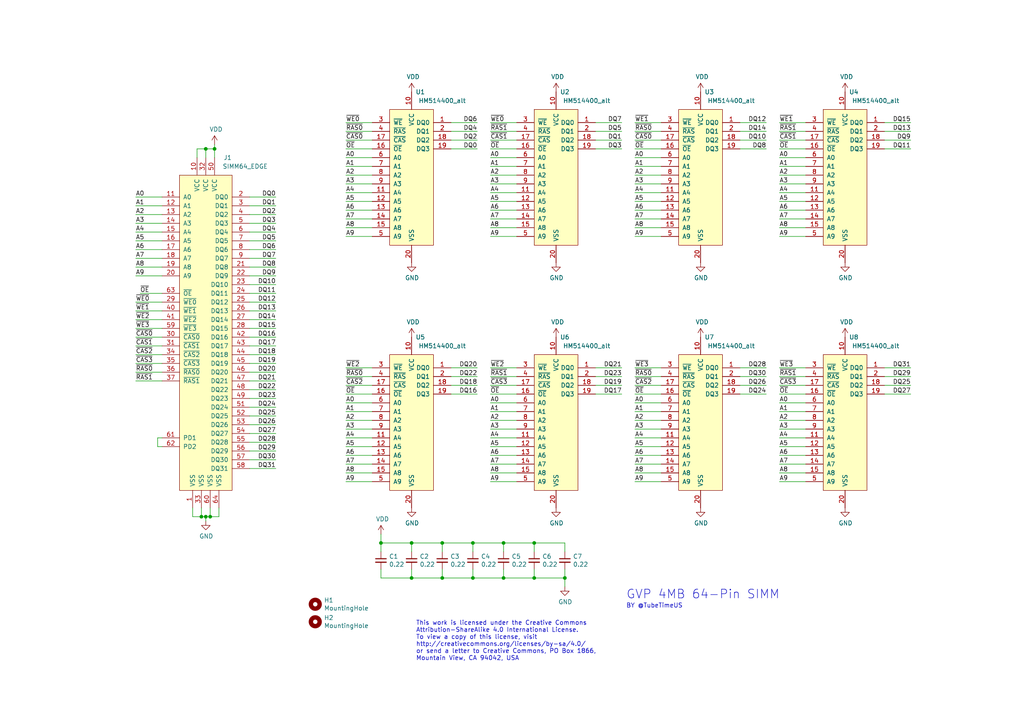
<source format=kicad_sch>
(kicad_sch (version 20230121) (generator eeschema)
  (paper "A4")
  (lib_symbols
    (symbol "Device:C_Small" (pin_numbers hide) (pin_names (offset 0.254) hide)
      (property "Reference" "C" (at 0.254 1.778 0))
      (property "Value" "C_Small" (at 0.254 -2.032 0))
      (symbol "C_Small_0_1"
        (polyline (pts (xy -1.524 -0.508) (xy 1.524 -0.508)) (stroke (width 0.3302)))
        (polyline (pts (xy -1.524 0.508) (xy 1.524 0.508)) (stroke (width 0.3048)))
      )
      (symbol "C_Small_1_1"
        (pin passive line (at 0 2.54 270) (length 2.032) (name "~") (number "1"))
        (pin passive line (at 0 -2.54 90) (length 2.032) (name "~") (number "2"))
      )
    )
    (symbol "Mechanical:MountingHole" (pin_names (offset 1.016))
      (property "Reference" "H" (at 0 5.08 0))
      (property "Value" "MountingHole" (at 0 3.175 0))
      (symbol "MountingHole_0_1"
        (circle (center 0 0) (radius 1.27) (stroke (width 1.27)))
      )
    )
    (symbol "gvpsimm-rescue:DRAM-4Mx4-SOP-24-GW_RAM"
      (property "Reference" "U" (at 0 16.51 0))
      (property "Value" "GW_RAM_DRAM-4Mx4-SOP-24" (at 0 0 90))
      (symbol "DRAM-4Mx4-SOP-24-GW_RAM_0_1"
        (rectangle (start -7.62 15.24) (end 7.62 -15.24) (stroke (width 0.254)) (fill (type background)))
      )
      (symbol "DRAM-4Mx4-SOP-24-GW_RAM_1_1"
        (pin power_in line (at 10.16 12.7 180) (length 2.54) (name "VDD") (number "1"))
        (pin input line (at -10.16 10.16 0) (length 2.54) (name "A1") (number "10"))
        (pin input line (at -10.16 7.62 0) (length 2.54) (name "A2") (number "11"))
        (pin input line (at -10.16 5.08 0) (length 2.54) (name "A3") (number "12"))
        (pin power_in line (at 10.16 12.7 180) (length 2.54) hide (name "VDD") (number "13"))
        (pin power_in line (at 10.16 -12.7 180) (length 2.54) hide (name "GND") (number "14"))
        (pin input line (at -10.16 2.54 0) (length 2.54) (name "A4") (number "15"))
        (pin input line (at -10.16 0 0) (length 2.54) (name "A5") (number "16"))
        (pin input line (at -10.16 -2.54 0) (length 2.54) (name "A6") (number "17"))
        (pin input line (at -10.16 -5.08 0) (length 2.54) (name "A7") (number "18"))
        (pin input line (at -10.16 -7.62 0) (length 2.54) (name "A8") (number "19"))
        (pin bidirectional line (at 10.16 10.16 180) (length 2.54) (name "D0") (number "2"))
        (pin no_connect line (at 10.16 0 180) (length 2.54) hide (name "NC") (number "20"))
        (pin input line (at -10.16 -10.16 0) (length 2.54) (name "A9") (number "21"))
        (pin input line (at 10.16 -10.16 180) (length 2.54) (name "~{OE}") (number "22"))
        (pin input line (at 10.16 -2.54 180) (length 2.54) (name "~{CAS}") (number "23"))
        (pin bidirectional line (at 10.16 5.08 180) (length 2.54) (name "D2") (number "24"))
        (pin bidirectional line (at 10.16 2.54 180) (length 2.54) (name "D3") (number "25"))
        (pin power_in line (at 10.16 -12.7 180) (length 2.54) (name "GND") (number "26"))
        (pin bidirectional line (at 10.16 7.62 180) (length 2.54) (name "D1") (number "3"))
        (pin input line (at 10.16 -7.62 180) (length 2.54) (name "~{WE}") (number "4"))
        (pin input line (at 10.16 -5.08 180) (length 2.54) (name "~{RAS}") (number "5"))
        (pin no_connect line (at 10.16 0 180) (length 2.54) hide (name "NC") (number "7"))
        (pin input line (at -10.16 -12.7 0) (length 2.54) (name "A10") (number "8"))
        (pin input line (at -10.16 12.7 0) (length 2.54) (name "A0") (number "9"))
      )
    )
    (symbol "gvpsimm-rescue:HM514400_alt-memory-gvpsimm-rescue" (pin_names (offset 1.016))
      (property "Reference" "U" (at 1.27 5.08 0))
      (property "Value" "gvpsimm-rescue_HM514400_alt-memory" (at 7.62 2.54 0))
      (symbol "HM514400_alt-memory-gvpsimm-rescue_0_1"
        (rectangle (start -6.35 0) (end 6.35 -39.37) (fill (type background)))
      )
      (symbol "HM514400_alt-memory-gvpsimm-rescue_1_1"
        (pin bidirectional line (at 11.43 -3.81 180) (length 5.08) (name "DQ0") (number "1"))
        (pin power_in line (at 0 5.08 270) (length 5.08) (name "VCC") (number "10"))
        (pin input line (at -11.43 -24.13 0) (length 5.08) (name "A4") (number "11"))
        (pin input line (at -11.43 -26.67 0) (length 5.08) (name "A5") (number "12"))
        (pin input line (at -11.43 -29.21 0) (length 5.08) (name "A6") (number "13"))
        (pin input line (at -11.43 -31.75 0) (length 5.08) (name "A7") (number "14"))
        (pin input line (at -11.43 -34.29 0) (length 5.08) (name "A8") (number "15"))
        (pin input line (at -11.43 -11.43 0) (length 5.08) (name "~{OE}") (number "16"))
        (pin input line (at -11.43 -8.89 0) (length 5.08) (name "~{CAS}") (number "17"))
        (pin bidirectional line (at 11.43 -8.89 180) (length 5.08) (name "DQ2") (number "18"))
        (pin bidirectional line (at 11.43 -11.43 180) (length 5.08) (name "DQ3") (number "19"))
        (pin bidirectional line (at 11.43 -6.35 180) (length 5.08) (name "DQ1") (number "2"))
        (pin power_in line (at 0 -44.45 90) (length 5.08) (name "VSS") (number "20"))
        (pin input line (at -11.43 -3.81 0) (length 5.08) (name "~{WE}") (number "3"))
        (pin input line (at -11.43 -6.35 0) (length 5.08) (name "~{RAS}") (number "4"))
        (pin input line (at -11.43 -36.83 0) (length 5.08) (name "A9") (number "5"))
        (pin input line (at -11.43 -13.97 0) (length 5.08) (name "A0") (number "6"))
        (pin input line (at -11.43 -16.51 0) (length 5.08) (name "A1") (number "7"))
        (pin input line (at -11.43 -19.05 0) (length 5.08) (name "A2") (number "8"))
        (pin input line (at -11.43 -21.59 0) (length 5.08) (name "A3") (number "9"))
      )
    )
    (symbol "gvpsimm-rescue:SIMM64_EDGE-memory-gvpsimm-rescue" (pin_names (offset 1.016))
      (property "Reference" "J" (at 6.35 3.81 0))
      (property "Value" "gvpsimm-rescue_SIMM64_EDGE-memory" (at 12.7 1.27 0))
      (symbol "SIMM64_EDGE-memory-gvpsimm-rescue_0_1"
        (rectangle (start 7.62 -91.44) (end -7.62 0) (fill (type background)))
      )
      (symbol "SIMM64_EDGE-memory-gvpsimm-rescue_1_1"
        (pin power_out line (at -3.81 -96.52 90) (length 5.08) (name "VSS") (number "1"))
        (pin power_out line (at -2.54 5.08 270) (length 5.08) (name "VCC") (number "10"))
        (pin output line (at -12.7 -6.35 0) (length 5.08) (name "A0") (number "11"))
        (pin output line (at -12.7 -8.89 0) (length 5.08) (name "A1") (number "12"))
        (pin output line (at -12.7 -11.43 0) (length 5.08) (name "A2") (number "13"))
        (pin output line (at -12.7 -13.97 0) (length 5.08) (name "A3") (number "14"))
        (pin output line (at -12.7 -16.51 0) (length 5.08) (name "A4") (number "15"))
        (pin output line (at -12.7 -19.05 0) (length 5.08) (name "A5") (number "16"))
        (pin output line (at -12.7 -21.59 0) (length 5.08) (name "A6") (number "17"))
        (pin output line (at -12.7 -24.13 0) (length 5.08) (name "A7") (number "18"))
        (pin output line (at -12.7 -26.67 0) (length 5.08) (name "A8") (number "19"))
        (pin bidirectional line (at 12.7 -6.35 180) (length 5.08) (name "DQ0") (number "2"))
        (pin output line (at -12.7 -29.21 0) (length 5.08) (name "A9") (number "20"))
        (pin bidirectional line (at 12.7 -26.67 180) (length 5.08) (name "DQ8") (number "21"))
        (pin bidirectional line (at 12.7 -29.21 180) (length 5.08) (name "DQ9") (number "22"))
        (pin bidirectional line (at 12.7 -31.75 180) (length 5.08) (name "DQ10") (number "23"))
        (pin bidirectional line (at 12.7 -34.29 180) (length 5.08) (name "DQ11") (number "24"))
        (pin bidirectional line (at 12.7 -36.83 180) (length 5.08) (name "DQ12") (number "25"))
        (pin bidirectional line (at 12.7 -39.37 180) (length 5.08) (name "DQ13") (number "26"))
        (pin bidirectional line (at 12.7 -41.91 180) (length 5.08) (name "DQ14") (number "27"))
        (pin bidirectional line (at 12.7 -44.45 180) (length 5.08) (name "DQ15") (number "28"))
        (pin output line (at -12.7 -36.83 0) (length 5.08) (name "~{WE0}") (number "29"))
        (pin bidirectional line (at 12.7 -8.89 180) (length 5.08) (name "DQ1") (number "3"))
        (pin output line (at -12.7 -46.99 0) (length 5.08) (name "~{CAS0}") (number "30"))
        (pin output line (at -12.7 -49.53 0) (length 5.08) (name "~{CAS1}") (number "31"))
        (pin power_in line (at 0 5.08 270) (length 5.08) (name "VCC") (number "32"))
        (pin power_in line (at -1.27 -96.52 90) (length 5.08) (name "VSS") (number "33"))
        (pin output line (at -12.7 -52.07 0) (length 5.08) (name "~{CAS2}") (number "34"))
        (pin output line (at -12.7 -54.61 0) (length 5.08) (name "~{CAS3}") (number "35"))
        (pin output line (at -12.7 -57.15 0) (length 5.08) (name "~{RAS0}") (number "36"))
        (pin output line (at -12.7 -59.69 0) (length 5.08) (name "~{RAS1}") (number "37"))
        (pin bidirectional line (at 12.7 -11.43 180) (length 5.08) (name "DQ2") (number "4"))
        (pin output line (at -12.7 -39.37 0) (length 5.08) (name "~{WE1}") (number "40"))
        (pin output line (at -12.7 -41.91 0) (length 5.08) (name "~{WE2}") (number "41"))
        (pin bidirectional line (at 12.7 -46.99 180) (length 5.08) (name "DQ16") (number "42"))
        (pin bidirectional line (at 12.7 -49.53 180) (length 5.08) (name "DQ17") (number "43"))
        (pin bidirectional line (at 12.7 -52.07 180) (length 5.08) (name "DQ18") (number "44"))
        (pin bidirectional line (at 12.7 -54.61 180) (length 5.08) (name "DQ19") (number "45"))
        (pin bidirectional line (at 12.7 -57.15 180) (length 5.08) (name "DQ20") (number "46"))
        (pin bidirectional line (at 12.7 -59.69 180) (length 5.08) (name "DQ21") (number "47"))
        (pin bidirectional line (at 12.7 -62.23 180) (length 5.08) (name "DQ22") (number "48"))
        (pin bidirectional line (at 12.7 -64.77 180) (length 5.08) (name "DQ23") (number "49"))
        (pin bidirectional line (at 12.7 -13.97 180) (length 5.08) (name "DQ3") (number "5"))
        (pin power_in line (at 2.54 5.08 270) (length 5.08) (name "VCC") (number "50"))
        (pin bidirectional line (at 12.7 -67.31 180) (length 5.08) (name "DQ24") (number "51"))
        (pin bidirectional line (at 12.7 -69.85 180) (length 5.08) (name "DQ25") (number "52"))
        (pin bidirectional line (at 12.7 -72.39 180) (length 5.08) (name "DQ26") (number "53"))
        (pin bidirectional line (at 12.7 -74.93 180) (length 5.08) (name "DQ27") (number "54"))
        (pin bidirectional line (at 12.7 -77.47 180) (length 5.08) (name "DQ28") (number "55"))
        (pin bidirectional line (at 12.7 -80.01 180) (length 5.08) (name "DQ29") (number "56"))
        (pin bidirectional line (at 12.7 -82.55 180) (length 5.08) (name "DQ30") (number "57"))
        (pin bidirectional line (at 12.7 -85.09 180) (length 5.08) (name "DQ31") (number "58"))
        (pin output line (at -12.7 -44.45 0) (length 5.08) (name "~{WE3}") (number "59"))
        (pin bidirectional line (at 12.7 -16.51 180) (length 5.08) (name "DQ4") (number "6"))
        (pin power_in line (at 1.27 -96.52 90) (length 5.08) (name "VSS") (number "60"))
        (pin passive line (at -12.7 -76.2 0) (length 5.08) (name "PD1") (number "61"))
        (pin passive line (at -12.7 -78.74 0) (length 5.08) (name "PD2") (number "62"))
        (pin output line (at -12.7 -34.29 0) (length 5.08) (name "~{OE}") (number "63"))
        (pin power_in line (at 3.81 -96.52 90) (length 5.08) (name "VSS") (number "64"))
        (pin bidirectional line (at 12.7 -19.05 180) (length 5.08) (name "DQ5") (number "7"))
        (pin bidirectional line (at 12.7 -21.59 180) (length 5.08) (name "DQ6") (number "8"))
        (pin bidirectional line (at 12.7 -24.13 180) (length 5.08) (name "DQ7") (number "9"))
      )
    )
    (symbol "power:GND" (power) (pin_names (offset 0))
      (property "Value" "GND" (at 0 -3.81 0))
      (symbol "GND_0_1"
        (polyline (pts (xy 0 0) (xy 0 -1.27) (xy 1.27 -1.27) (xy 0 -2.54) (xy -1.27 -1.27) (xy 0 -1.27)))
      )
      (symbol "GND_1_1"
        (pin power_in line (at 0 0 270) (length 0) hide (name "GND") (number "1"))
      )
    )
    (symbol "power:VDD" (power) (pin_names (offset 0))
      (property "Value" "VDD" (at 0 3.81 0))
      (symbol "VDD_0_1"
        (polyline (pts (xy -0.762 1.27) (xy 0 2.54)))
        (polyline (pts (xy 0 0) (xy 0 2.54)))
        (polyline (pts (xy 0 2.54) (xy 0.762 1.27)))
      )
      (symbol "VDD_1_1"
        (pin power_in line (at 0 0 90) (length 0) hide (name "VDD") (number "1"))
      )
    )
  )
  (junction (at 146.05 167.64))
  (junction (at 119.38 157.48))
  (junction (at 163.83 167.64))
  (junction (at 154.94 157.48))
  (junction (at 128.27 167.64))
  (junction (at 58.42 149.86))
  (junction (at 154.94 167.64))
  (junction (at 62.23 43.18))
  (junction (at 110.49 157.48))
  (junction (at 59.69 43.18))
  (junction (at 128.27 157.48))
  (junction (at 119.38 167.64))
  (junction (at 137.16 157.48))
  (junction (at 60.96 149.86))
  (junction (at 59.69 149.86))
  (junction (at 137.16 167.64))
  (junction (at 146.05 157.48))
  (wire (pts (xy 110.49 157.48) (xy 119.38 157.48)))
  (wire (pts (xy 130.81 109.22) (xy 138.43 109.22)))
  (wire (pts (xy 184.15 66.04) (xy 191.77 66.04)))
  (wire (pts (xy 107.95 55.88) (xy 100.33 55.88)))
  (wire (pts (xy 46.99 97.79) (xy 39.37 97.79)))
  (wire (pts (xy 222.25 106.68) (xy 214.63 106.68)))
  (wire (pts (xy 59.69 45.72) (xy 59.69 43.18)))
  (wire (pts (xy 142.24 48.26) (xy 149.86 48.26)))
  (wire (pts (xy 39.37 72.39) (xy 46.99 72.39)))
  (wire (pts (xy 149.86 45.72) (xy 142.24 45.72)))
  (wire (pts (xy 149.86 35.56) (xy 142.24 35.56)))
  (wire (pts (xy 55.88 149.86) (xy 58.42 149.86)))
  (wire (pts (xy 100.33 124.46) (xy 107.95 124.46)))
  (wire (pts (xy 138.43 111.76) (xy 130.81 111.76)))
  (wire (pts (xy 222.25 111.76) (xy 214.63 111.76)))
  (wire (pts (xy 256.54 114.3) (xy 264.16 114.3)))
  (wire (pts (xy 80.01 80.01) (xy 72.39 80.01)))
  (wire (pts (xy 149.86 58.42) (xy 142.24 58.42)))
  (wire (pts (xy 214.63 43.18) (xy 222.25 43.18)))
  (wire (pts (xy 149.86 111.76) (xy 142.24 111.76)))
  (wire (pts (xy 184.15 132.08) (xy 191.77 132.08)))
  (wire (pts (xy 137.16 167.64) (xy 146.05 167.64)))
  (wire (pts (xy 107.95 106.68) (xy 100.33 106.68)))
  (wire (pts (xy 46.99 69.85) (xy 39.37 69.85)))
  (wire (pts (xy 107.95 63.5) (xy 100.33 63.5)))
  (wire (pts (xy 107.95 40.64) (xy 100.33 40.64)))
  (wire (pts (xy 184.15 60.96) (xy 191.77 60.96)))
  (wire (pts (xy 191.77 50.8) (xy 184.15 50.8)))
  (wire (pts (xy 119.38 165.1) (xy 119.38 167.64)))
  (wire (pts (xy 226.06 60.96) (xy 233.68 60.96)))
  (wire (pts (xy 107.95 114.3) (xy 100.33 114.3)))
  (wire (pts (xy 46.99 92.71) (xy 39.37 92.71)))
  (wire (pts (xy 149.86 127) (xy 142.24 127)))
  (wire (pts (xy 214.63 114.3) (xy 222.25 114.3)))
  (wire (pts (xy 154.94 165.1) (xy 154.94 167.64)))
  (wire (pts (xy 191.77 121.92) (xy 184.15 121.92)))
  (wire (pts (xy 191.77 40.64) (xy 184.15 40.64)))
  (wire (pts (xy 72.39 90.17) (xy 80.01 90.17)))
  (wire (pts (xy 137.16 157.48) (xy 146.05 157.48)))
  (wire (pts (xy 191.77 114.3) (xy 184.15 114.3)))
  (wire (pts (xy 55.88 147.32) (xy 55.88 149.86)))
  (wire (pts (xy 100.33 119.38) (xy 107.95 119.38)))
  (wire (pts (xy 46.99 85.09) (xy 40.64 85.09)))
  (wire (pts (xy 191.77 129.54) (xy 184.15 129.54)))
  (wire (pts (xy 233.68 114.3) (xy 226.06 114.3)))
  (wire (pts (xy 184.15 48.26) (xy 191.77 48.26)))
  (wire (pts (xy 149.86 116.84) (xy 142.24 116.84)))
  (wire (pts (xy 128.27 165.1) (xy 128.27 167.64)))
  (wire (pts (xy 146.05 167.64) (xy 154.94 167.64)))
  (wire (pts (xy 80.01 95.25) (xy 72.39 95.25)))
  (wire (pts (xy 80.01 110.49) (xy 72.39 110.49)))
  (wire (pts (xy 149.86 114.3) (xy 142.24 114.3)))
  (wire (pts (xy 128.27 157.48) (xy 137.16 157.48)))
  (wire (pts (xy 191.77 45.72) (xy 184.15 45.72)))
  (wire (pts (xy 149.86 50.8) (xy 142.24 50.8)))
  (wire (pts (xy 107.95 127) (xy 100.33 127)))
  (wire (pts (xy 172.72 38.1) (xy 180.34 38.1)))
  (wire (pts (xy 226.06 109.22) (xy 233.68 109.22)))
  (wire (pts (xy 142.24 38.1) (xy 149.86 38.1)))
  (wire (pts (xy 110.49 165.1) (xy 110.49 167.64)))
  (wire (pts (xy 80.01 133.35) (xy 72.39 133.35)))
  (wire (pts (xy 39.37 102.87) (xy 46.99 102.87)))
  (wire (pts (xy 191.77 68.58) (xy 184.15 68.58)))
  (wire (pts (xy 149.86 139.7) (xy 142.24 139.7)))
  (wire (pts (xy 214.63 109.22) (xy 222.25 109.22)))
  (wire (pts (xy 80.01 92.71) (xy 72.39 92.71)))
  (wire (pts (xy 172.72 43.18) (xy 180.34 43.18)))
  (wire (pts (xy 39.37 64.77) (xy 46.99 64.77)))
  (wire (pts (xy 46.99 127) (xy 45.72 127)))
  (wire (pts (xy 107.95 35.56) (xy 100.33 35.56)))
  (wire (pts (xy 45.72 127) (xy 45.72 129.54)))
  (wire (pts (xy 180.34 35.56) (xy 172.72 35.56)))
  (wire (pts (xy 226.06 66.04) (xy 233.68 66.04)))
  (wire (pts (xy 46.99 110.49) (xy 39.37 110.49)))
  (wire (pts (xy 163.83 167.64) (xy 163.83 165.1)))
  (wire (pts (xy 154.94 160.02) (xy 154.94 157.48)))
  (wire (pts (xy 149.86 106.68) (xy 142.24 106.68)))
  (wire (pts (xy 62.23 43.18) (xy 62.23 41.91)))
  (wire (pts (xy 46.99 62.23) (xy 39.37 62.23)))
  (wire (pts (xy 130.81 43.18) (xy 138.43 43.18)))
  (wire (pts (xy 233.68 134.62) (xy 226.06 134.62)))
  (wire (pts (xy 59.69 43.18) (xy 62.23 43.18)))
  (wire (pts (xy 191.77 35.56) (xy 184.15 35.56)))
  (wire (pts (xy 72.39 97.79) (xy 80.01 97.79)))
  (wire (pts (xy 80.01 123.19) (xy 72.39 123.19)))
  (wire (pts (xy 80.01 67.31) (xy 72.39 67.31)))
  (wire (pts (xy 142.24 109.22) (xy 149.86 109.22)))
  (wire (pts (xy 72.39 64.77) (xy 80.01 64.77)))
  (wire (pts (xy 149.86 55.88) (xy 142.24 55.88)))
  (wire (pts (xy 184.15 53.34) (xy 191.77 53.34)))
  (wire (pts (xy 149.86 129.54) (xy 142.24 129.54)))
  (wire (pts (xy 80.01 74.93) (xy 72.39 74.93)))
  (wire (pts (xy 154.94 167.64) (xy 163.83 167.64)))
  (wire (pts (xy 63.5 149.86) (xy 63.5 147.32)))
  (wire (pts (xy 233.68 58.42) (xy 226.06 58.42)))
  (wire (pts (xy 107.95 43.18) (xy 100.33 43.18)))
  (wire (pts (xy 233.68 68.58) (xy 226.06 68.58)))
  (wire (pts (xy 142.24 137.16) (xy 149.86 137.16)))
  (wire (pts (xy 58.42 147.32) (xy 58.42 149.86)))
  (wire (pts (xy 100.33 48.26) (xy 107.95 48.26)))
  (wire (pts (xy 222.25 40.64) (xy 214.63 40.64)))
  (wire (pts (xy 39.37 107.95) (xy 46.99 107.95)))
  (wire (pts (xy 233.68 40.64) (xy 226.06 40.64)))
  (wire (pts (xy 80.01 107.95) (xy 72.39 107.95)))
  (wire (pts (xy 180.34 111.76) (xy 172.72 111.76)))
  (wire (pts (xy 256.54 109.22) (xy 264.16 109.22)))
  (wire (pts (xy 100.33 53.34) (xy 107.95 53.34)))
  (wire (pts (xy 142.24 66.04) (xy 149.86 66.04)))
  (wire (pts (xy 80.01 100.33) (xy 72.39 100.33)))
  (wire (pts (xy 191.77 43.18) (xy 184.15 43.18)))
  (wire (pts (xy 233.68 121.92) (xy 226.06 121.92)))
  (wire (pts (xy 80.01 87.63) (xy 72.39 87.63)))
  (wire (pts (xy 233.68 116.84) (xy 226.06 116.84)))
  (wire (pts (xy 137.16 160.02) (xy 137.16 157.48)))
  (wire (pts (xy 100.33 137.16) (xy 107.95 137.16)))
  (wire (pts (xy 142.24 53.34) (xy 149.86 53.34)))
  (wire (pts (xy 46.99 74.93) (xy 39.37 74.93)))
  (wire (pts (xy 46.99 57.15) (xy 39.37 57.15)))
  (wire (pts (xy 233.68 50.8) (xy 226.06 50.8)))
  (wire (pts (xy 62.23 43.18) (xy 62.23 45.72)))
  (wire (pts (xy 142.24 132.08) (xy 149.86 132.08)))
  (wire (pts (xy 222.25 35.56) (xy 214.63 35.56)))
  (wire (pts (xy 72.39 85.09) (xy 80.01 85.09)))
  (wire (pts (xy 80.01 57.15) (xy 72.39 57.15)))
  (wire (pts (xy 39.37 77.47) (xy 46.99 77.47)))
  (wire (pts (xy 46.99 100.33) (xy 39.37 100.33)))
  (wire (pts (xy 264.16 111.76) (xy 256.54 111.76)))
  (wire (pts (xy 138.43 40.64) (xy 130.81 40.64)))
  (wire (pts (xy 119.38 160.02) (xy 119.38 157.48)))
  (wire (pts (xy 80.01 115.57) (xy 72.39 115.57)))
  (wire (pts (xy 191.77 111.76) (xy 184.15 111.76)))
  (wire (pts (xy 110.49 154.94) (xy 110.49 157.48)))
  (wire (pts (xy 146.05 160.02) (xy 146.05 157.48)))
  (wire (pts (xy 154.94 157.48) (xy 163.83 157.48)))
  (wire (pts (xy 191.77 58.42) (xy 184.15 58.42)))
  (wire (pts (xy 100.33 132.08) (xy 107.95 132.08)))
  (wire (pts (xy 184.15 38.1) (xy 191.77 38.1)))
  (wire (pts (xy 60.96 149.86) (xy 63.5 149.86)))
  (wire (pts (xy 256.54 43.18) (xy 264.16 43.18)))
  (wire (pts (xy 226.06 119.38) (xy 233.68 119.38)))
  (wire (pts (xy 57.15 45.72) (xy 57.15 43.18)))
  (wire (pts (xy 72.39 59.69) (xy 80.01 59.69)))
  (wire (pts (xy 264.16 35.56) (xy 256.54 35.56)))
  (wire (pts (xy 214.63 38.1) (xy 222.25 38.1)))
  (wire (pts (xy 107.95 111.76) (xy 100.33 111.76)))
  (wire (pts (xy 119.38 157.48) (xy 128.27 157.48)))
  (wire (pts (xy 184.15 124.46) (xy 191.77 124.46)))
  (wire (pts (xy 149.86 43.18) (xy 142.24 43.18)))
  (wire (pts (xy 191.77 134.62) (xy 184.15 134.62)))
  (wire (pts (xy 146.05 165.1) (xy 146.05 167.64)))
  (wire (pts (xy 233.68 127) (xy 226.06 127)))
  (wire (pts (xy 163.83 157.48) (xy 163.83 160.02)))
  (wire (pts (xy 142.24 124.46) (xy 149.86 124.46)))
  (wire (pts (xy 191.77 127) (xy 184.15 127)))
  (wire (pts (xy 138.43 106.68) (xy 130.81 106.68)))
  (wire (pts (xy 184.15 119.38) (xy 191.77 119.38)))
  (wire (pts (xy 107.95 134.62) (xy 100.33 134.62)))
  (wire (pts (xy 184.15 137.16) (xy 191.77 137.16)))
  (wire (pts (xy 149.86 40.64) (xy 142.24 40.64)))
  (wire (pts (xy 226.06 137.16) (xy 233.68 137.16)))
  (wire (pts (xy 119.38 167.64) (xy 128.27 167.64)))
  (wire (pts (xy 137.16 165.1) (xy 137.16 167.64)))
  (wire (pts (xy 80.01 62.23) (xy 72.39 62.23)))
  (wire (pts (xy 80.01 82.55) (xy 72.39 82.55)))
  (wire (pts (xy 58.42 149.86) (xy 59.69 149.86)))
  (wire (pts (xy 149.86 68.58) (xy 142.24 68.58)))
  (wire (pts (xy 100.33 109.22) (xy 107.95 109.22)))
  (wire (pts (xy 107.95 116.84) (xy 100.33 116.84)))
  (wire (pts (xy 107.95 50.8) (xy 100.33 50.8)))
  (wire (pts (xy 46.99 80.01) (xy 39.37 80.01)))
  (wire (pts (xy 80.01 69.85) (xy 72.39 69.85)))
  (wire (pts (xy 80.01 128.27) (xy 72.39 128.27)))
  (wire (pts (xy 72.39 102.87) (xy 80.01 102.87)))
  (wire (pts (xy 163.83 167.64) (xy 163.83 170.18)))
  (wire (pts (xy 46.99 67.31) (xy 39.37 67.31)))
  (wire (pts (xy 72.39 125.73) (xy 80.01 125.73)))
  (wire (pts (xy 264.16 40.64) (xy 256.54 40.64)))
  (wire (pts (xy 110.49 167.64) (xy 119.38 167.64)))
  (wire (pts (xy 100.33 60.96) (xy 107.95 60.96)))
  (wire (pts (xy 130.81 114.3) (xy 138.43 114.3)))
  (wire (pts (xy 72.39 113.03) (xy 80.01 113.03)))
  (wire (pts (xy 233.68 35.56) (xy 226.06 35.56)))
  (wire (pts (xy 100.33 38.1) (xy 107.95 38.1)))
  (wire (pts (xy 128.27 160.02) (xy 128.27 157.48)))
  (wire (pts (xy 191.77 139.7) (xy 184.15 139.7)))
  (wire (pts (xy 39.37 90.17) (xy 46.99 90.17)))
  (wire (pts (xy 226.06 53.34) (xy 233.68 53.34)))
  (wire (pts (xy 264.16 106.68) (xy 256.54 106.68)))
  (wire (pts (xy 191.77 116.84) (xy 184.15 116.84)))
  (wire (pts (xy 72.39 130.81) (xy 80.01 130.81)))
  (wire (pts (xy 191.77 55.88) (xy 184.15 55.88)))
  (wire (pts (xy 128.27 167.64) (xy 137.16 167.64)))
  (wire (pts (xy 107.95 121.92) (xy 100.33 121.92)))
  (wire (pts (xy 149.86 63.5) (xy 142.24 63.5)))
  (wire (pts (xy 107.95 129.54) (xy 100.33 129.54)))
  (wire (pts (xy 72.39 118.11) (xy 80.01 118.11)))
  (wire (pts (xy 226.06 132.08) (xy 233.68 132.08)))
  (wire (pts (xy 39.37 95.25) (xy 46.99 95.25)))
  (wire (pts (xy 180.34 40.64) (xy 172.72 40.64)))
  (wire (pts (xy 233.68 45.72) (xy 226.06 45.72)))
  (wire (pts (xy 180.34 106.68) (xy 172.72 106.68)))
  (wire (pts (xy 72.39 72.39) (xy 80.01 72.39)))
  (wire (pts (xy 45.72 129.54) (xy 46.99 129.54)))
  (wire (pts (xy 72.39 135.89) (xy 80.01 135.89)))
  (wire (pts (xy 149.86 121.92) (xy 142.24 121.92)))
  (wire (pts (xy 80.01 105.41) (xy 72.39 105.41)))
  (wire (pts (xy 233.68 43.18) (xy 226.06 43.18)))
  (wire (pts (xy 142.24 119.38) (xy 149.86 119.38)))
  (wire (pts (xy 46.99 87.63) (xy 39.37 87.63)))
  (wire (pts (xy 233.68 55.88) (xy 226.06 55.88)))
  (wire (pts (xy 256.54 38.1) (xy 264.16 38.1)))
  (wire (pts (xy 226.06 124.46) (xy 233.68 124.46)))
  (wire (pts (xy 107.95 68.58) (xy 100.33 68.58)))
  (wire (pts (xy 142.24 60.96) (xy 149.86 60.96)))
  (wire (pts (xy 80.01 120.65) (xy 72.39 120.65)))
  (wire (pts (xy 226.06 38.1) (xy 233.68 38.1)))
  (wire (pts (xy 146.05 157.48) (xy 154.94 157.48)))
  (wire (pts (xy 59.69 149.86) (xy 60.96 149.86)))
  (wire (pts (xy 233.68 139.7) (xy 226.06 139.7)))
  (wire (pts (xy 110.49 160.02) (xy 110.49 157.48)))
  (wire (pts (xy 233.68 129.54) (xy 226.06 129.54)))
  (wire (pts (xy 59.69 151.13) (xy 59.69 149.86)))
  (wire (pts (xy 172.72 114.3) (xy 180.34 114.3)))
  (wire (pts (xy 226.06 48.26) (xy 233.68 48.26)))
  (wire (pts (xy 46.99 105.41) (xy 39.37 105.41)))
  (wire (pts (xy 130.81 38.1) (xy 138.43 38.1)))
  (wire (pts (xy 107.95 58.42) (xy 100.33 58.42)))
  (wire (pts (xy 149.86 134.62) (xy 142.24 134.62)))
  (wire (pts (xy 233.68 63.5) (xy 226.06 63.5)))
  (wire (pts (xy 100.33 66.04) (xy 107.95 66.04)))
  (wire (pts (xy 57.15 43.18) (xy 59.69 43.18)))
  (wire (pts (xy 72.39 77.47) (xy 80.01 77.47)))
  (wire (pts (xy 107.95 45.72) (xy 100.33 45.72)))
  (wire (pts (xy 233.68 106.68) (xy 226.06 106.68)))
  (wire (pts (xy 60.96 147.32) (xy 60.96 149.86)))
  (wire (pts (xy 172.72 109.22) (xy 180.34 109.22)))
  (wire (pts (xy 191.77 106.68) (xy 184.15 106.68)))
  (wire (pts (xy 233.68 111.76) (xy 226.06 111.76)))
  (wire (pts (xy 138.43 35.56) (xy 130.81 35.56)))
  (wire (pts (xy 191.77 63.5) (xy 184.15 63.5)))
  (wire (pts (xy 107.95 139.7) (xy 100.33 139.7)))
  (wire (pts (xy 184.15 109.22) (xy 191.77 109.22)))
  (wire (pts (xy 39.37 59.69) (xy 46.99 59.69)))
  (text "GVP 4MB 64-Pin SIMM" (at 181.61 173.99 0) (effects (font (size 2.54 2.54)) (justify left bottom)))
  (text "This work is licensed under the Creative Commons\nAttribution-ShareAlike 4.0 International License.\nTo view a copy of this license, visit\nhttp://creativecommons.org/licenses/by-sa/4.0/\nor send a letter to Creative Commons, PO Box 1866,\nMountain View, CA 94042, USA" (at 120.65 191.77 0) (effects (font (size 1.27 1.27)) (justify left bottom)))
  (text "BY @TubeTimeUS\n" (at 181.61 176.53 0) (effects (font (size 1.27 1.27)) (justify left bottom)))
  (label "DQ18" (at 80.01 102.87 180))
  (label "~{OE}" (at 100.33 43.18 0))
  (label "A6" (at 100.33 60.96 0))
  (label "DQ23" (at 180.34 109.22 180))
  (label "A7" (at 226.06 63.5 0))
  (label "DQ14" (at 222.25 38.1 180))
  (label "A5" (at 184.15 129.54 0))
  (label "A1" (at 39.37 59.69 0))
  (label "~{RAS0}" (at 100.33 38.1 0))
  (label "A2" (at 100.33 50.8 0))
  (label "DQ17" (at 80.01 100.33 180))
  (label "A5" (at 142.24 58.42 0))
  (label "~{WE3}" (at 39.37 95.25 0))
  (label "A9" (at 184.15 139.7 0))
  (label "DQ19" (at 80.01 105.41 180))
  (label "A9" (at 226.06 68.58 0))
  (label "DQ0" (at 80.01 57.15 180))
  (label "A8" (at 39.37 77.47 0))
  (label "~{RAS1}" (at 142.24 38.1 0))
  (label "A2" (at 184.15 50.8 0))
  (label "A1" (at 142.24 119.38 0))
  (label "~{CAS3}" (at 39.37 105.41 0))
  (label "DQ27" (at 264.16 114.3 180))
  (label "A4" (at 39.37 67.31 0))
  (label "~{RAS0}" (at 184.15 109.22 0))
  (label "DQ6" (at 80.01 72.39 180))
  (label "A2" (at 142.24 50.8 0))
  (label "A7" (at 142.24 134.62 0))
  (label "A8" (at 142.24 137.16 0))
  (label "A9" (at 100.33 68.58 0))
  (label "A0" (at 184.15 45.72 0))
  (label "DQ3" (at 180.34 43.18 180))
  (label "A9" (at 142.24 139.7 0))
  (label "DQ8" (at 80.01 77.47 180))
  (label "A3" (at 226.06 124.46 0))
  (label "A8" (at 184.15 66.04 0))
  (label "A0" (at 226.06 116.84 0))
  (label "DQ15" (at 80.01 95.25 180))
  (label "DQ30" (at 80.01 133.35 180))
  (label "DQ16" (at 138.43 114.3 180))
  (label "A4" (at 226.06 55.88 0))
  (label "DQ2" (at 80.01 62.23 180))
  (label "DQ12" (at 80.01 87.63 180))
  (label "DQ25" (at 264.16 111.76 180))
  (label "A3" (at 184.15 124.46 0))
  (label "DQ29" (at 264.16 109.22 180))
  (label "A4" (at 142.24 55.88 0))
  (label "A0" (at 142.24 45.72 0))
  (label "DQ26" (at 80.01 123.19 180))
  (label "A5" (at 226.06 129.54 0))
  (label "DQ25" (at 80.01 120.65 180))
  (label "A1" (at 184.15 48.26 0))
  (label "~{OE}" (at 226.06 114.3 0))
  (label "DQ9" (at 264.16 40.64 180))
  (label "A2" (at 184.15 121.92 0))
  (label "~{RAS1}" (at 226.06 38.1 0))
  (label "A1" (at 100.33 119.38 0))
  (label "A5" (at 100.33 129.54 0))
  (label "DQ21" (at 180.34 106.68 180))
  (label "~{WE1}" (at 226.06 35.56 0))
  (label "A6" (at 226.06 132.08 0))
  (label "DQ1" (at 180.34 40.64 180))
  (label "A9" (at 142.24 68.58 0))
  (label "DQ16" (at 80.01 97.79 180))
  (label "A6" (at 184.15 60.96 0))
  (label "~{OE}" (at 100.33 114.3 0))
  (label "DQ6" (at 138.43 35.56 180))
  (label "A3" (at 142.24 124.46 0))
  (label "A8" (at 100.33 137.16 0))
  (label "A5" (at 142.24 129.54 0))
  (label "A1" (at 100.33 48.26 0))
  (label "~{RAS1}" (at 39.37 110.49 0))
  (label "A4" (at 184.15 55.88 0))
  (label "A9" (at 39.37 80.01 0))
  (label "A6" (at 184.15 132.08 0))
  (label "DQ4" (at 80.01 67.31 180))
  (label "A5" (at 100.33 58.42 0))
  (label "DQ14" (at 80.01 92.71 180))
  (label "A8" (at 226.06 66.04 0))
  (label "~{CAS2}" (at 100.33 111.76 0))
  (label "A5" (at 226.06 58.42 0))
  (label "DQ15" (at 264.16 35.56 180))
  (label "~{CAS1}" (at 226.06 40.64 0))
  (label "~{OE}" (at 184.15 43.18 0))
  (label "A7" (at 184.15 134.62 0))
  (label "A4" (at 226.06 127 0))
  (label "~{CAS1}" (at 39.37 100.33 0))
  (label "DQ2" (at 138.43 40.64 180))
  (label "A0" (at 226.06 45.72 0))
  (label "A9" (at 226.06 139.7 0))
  (label "DQ27" (at 80.01 125.73 180))
  (label "DQ10" (at 222.25 40.64 180))
  (label "~{CAS1}" (at 142.24 40.64 0))
  (label "DQ31" (at 264.16 106.68 180))
  (label "~{WE2}" (at 142.24 106.68 0))
  (label "DQ13" (at 80.01 90.17 180))
  (label "~{CAS2}" (at 39.37 102.87 0))
  (label "A1" (at 226.06 48.26 0))
  (label "DQ22" (at 138.43 109.22 180))
  (label "DQ28" (at 222.25 106.68 180))
  (label "A3" (at 184.15 53.34 0))
  (label "~{CAS3}" (at 142.24 111.76 0))
  (label "A7" (at 226.06 134.62 0))
  (label "DQ22" (at 80.01 113.03 180))
  (label "~{WE0}" (at 142.24 35.56 0))
  (label "DQ0" (at 138.43 43.18 180))
  (label "DQ24" (at 80.01 118.11 180))
  (label "DQ13" (at 264.16 38.1 180))
  (label "A8" (at 142.24 66.04 0))
  (label "DQ21" (at 80.01 110.49 180))
  (label "A0" (at 142.24 116.84 0))
  (label "A1" (at 142.24 48.26 0))
  (label "~{WE2}" (at 100.33 106.68 0))
  (label "DQ10" (at 80.01 82.55 180))
  (label "A7" (at 142.24 63.5 0))
  (label "DQ5" (at 80.01 69.85 180))
  (label "DQ20" (at 138.43 106.68 180))
  (label "A8" (at 226.06 137.16 0))
  (label "~{RAS1}" (at 226.06 109.22 0))
  (label "A1" (at 226.06 119.38 0))
  (label "DQ11" (at 80.01 85.09 180))
  (label "A2" (at 100.33 121.92 0))
  (label "~{OE}" (at 226.06 43.18 0))
  (label "A7" (at 100.33 63.5 0))
  (label "DQ20" (at 80.01 107.95 180))
  (label "DQ7" (at 180.34 35.56 180))
  (label "~{RAS0}" (at 100.33 109.22 0))
  (label "A7" (at 184.15 63.5 0))
  (label "A8" (at 100.33 66.04 0))
  (label "A0" (at 184.15 116.84 0))
  (label "~{OE}" (at 184.15 114.3 0))
  (label "DQ24" (at 222.25 114.3 180))
  (label "A1" (at 184.15 119.38 0))
  (label "A3" (at 39.37 64.77 0))
  (label "~{WE0}" (at 39.37 87.63 0))
  (label "A8" (at 184.15 137.16 0))
  (label "A3" (at 226.06 53.34 0))
  (label "A6" (at 142.24 60.96 0))
  (label "~{WE1}" (at 39.37 90.17 0))
  (label "DQ1" (at 80.01 59.69 180))
  (label "A6" (at 226.06 60.96 0))
  (label "~{CAS0}" (at 100.33 40.64 0))
  (label "~{CAS0}" (at 39.37 97.79 0))
  (label "A6" (at 142.24 132.08 0))
  (label "A5" (at 39.37 69.85 0))
  (label "A4" (at 184.15 127 0))
  (label "A0" (at 100.33 116.84 0))
  (label "~{WE3}" (at 184.15 106.68 0))
  (label "A2" (at 142.24 121.92 0))
  (label "DQ7" (at 80.01 74.93 180))
  (label "~{WE3}" (at 226.06 106.68 0))
  (label "~{WE1}" (at 184.15 35.56 0))
  (label "A4" (at 100.33 127 0))
  (label "A4" (at 142.24 127 0))
  (label "DQ17" (at 180.34 114.3 180))
  (label "A0" (at 100.33 45.72 0))
  (label "DQ19" (at 180.34 111.76 180))
  (label "A9" (at 100.33 139.7 0))
  (label "DQ8" (at 222.25 43.18 180))
  (label "DQ31" (at 80.01 135.89 180))
  (label "~{OE}" (at 142.24 43.18 0))
  (label "DQ9" (at 80.01 80.01 180))
  (label "DQ29" (at 80.01 130.81 180))
  (label "~{OE}" (at 40.64 85.09 0))
  (label "A7" (at 100.33 134.62 0))
  (label "DQ5" (at 180.34 38.1 180))
  (label "DQ12" (at 222.25 35.56 180))
  (label "A6" (at 100.33 132.08 0))
  (label "DQ23" (at 80.01 115.57 180))
  (label "A3" (at 142.24 53.34 0))
  (label "A5" (at 184.15 58.42 0))
  (label "A2" (at 226.06 50.8 0))
  (label "A3" (at 100.33 124.46 0))
  (label "A7" (at 39.37 74.93 0))
  (label "DQ28" (at 80.01 128.27 180))
  (label "~{OE}" (at 142.24 114.3 0))
  (label "~{RAS0}" (at 184.15 38.1 0))
  (label "DQ3" (at 80.01 64.77 180))
  (label "A3" (at 100.33 53.34 0))
  (label "A0" (at 39.37 57.15 0))
  (label "A6" (at 39.37 72.39 0))
  (label "~{CAS0}" (at 184.15 40.64 0))
  (label "DQ26" (at 222.25 111.76 180))
  (label "A2" (at 39.37 62.23 0))
  (label "A9" (at 184.15 68.58 0))
  (label "DQ18" (at 138.43 111.76 180))
  (label "~{CAS3}" (at 226.06 111.76 0))
  (label "~{RAS0}" (at 39.37 107.95 0))
  (label "~{WE2}" (at 39.37 92.71 0))
  (label "DQ30" (at 222.25 109.22 180))
  (label "~{WE0}" (at 100.33 35.56 0))
  (label "~{CAS2}" (at 184.15 111.76 0))
  (label "~{RAS1}" (at 142.24 109.22 0))
  (label "DQ11" (at 264.16 43.18 180))
  (label "A2" (at 226.06 121.92 0))
  (label "DQ4" (at 138.43 38.1 180))
  (label "A4" (at 100.33 55.88 0))
  (symbol (lib_id "gvpsimm-rescue:SIMM64_EDGE-memory-gvpsimm-rescue") (at 59.69 50.8 0) (unit 1)
    (property "Reference" "J1" (at 66.04 45.72 0))
    (property "Value" "SIMM64_EDGE" (at 71.12 48.26 0))
    (property "Footprint" "Conn:EDGE_SIMM_64_127" (effects hide))
  )
  (symbol (lib_id "power:GND") (at 119.38 76.2 0) (unit 1)
    (property "Reference" "#PWR0101" (effects hide))
    (property "Value" "GND" (at 119.507 80.5942 0))
  )
  (symbol (lib_id "power:GND") (at 59.69 151.13 0) (unit 1)
    (property "Reference" "#PWR0102" (effects hide))
    (property "Value" "GND" (at 59.817 155.5242 0))
  )
  (symbol (lib_id "power:VDD") (at 119.38 26.67 0) (unit 1)
    (property "Reference" "#PWR0103" (effects hide))
    (property "Value" "VDD" (at 119.8118 22.2758 0))
  )
  (symbol (lib_id "power:VDD") (at 62.23 41.91 0) (unit 1)
    (property "Reference" "#PWR0104" (effects hide))
    (property "Value" "VDD" (at 62.6618 37.5158 0))
  )
  (symbol (lib_id "gvpsimm-rescue:HM514400_alt-memory-gvpsimm-rescue") (at 119.38 31.75 0) (unit 1)
    (property "Reference" "U1" (at 121.92 26.67 0))
    (property "Value" "HM514400_alt" (at 128.27 29.21 0))
    (property "Footprint" "Active:SOJ127P851X356-20_alt" (effects hide))
    (property "MPN" "HM514400CS-6 OR EQUIV" (effects hide))
  )
  (symbol (lib_id "power:GND") (at 161.29 76.2 0) (unit 1)
    (property "Reference" "#PWR0105" (effects hide))
    (property "Value" "GND" (at 161.417 80.5942 0))
  )
  (symbol (lib_id "power:VDD") (at 161.29 26.67 0) (unit 1)
    (property "Reference" "#PWR0106" (effects hide))
    (property "Value" "VDD" (at 161.7218 22.2758 0))
  )
  (symbol (lib_id "gvpsimm-rescue:HM514400_alt-memory-gvpsimm-rescue") (at 161.29 31.75 0) (unit 1)
    (property "Reference" "U2" (at 163.83 26.67 0))
    (property "Value" "HM514400_alt" (at 170.18 29.21 0))
    (property "Footprint" "Active:SOJ127P851X356-20_alt" (effects hide))
    (property "MPN" "HM514400CS-6 OR EQUIV" (effects hide))
  )
  (symbol (lib_id "power:GND") (at 203.2 76.2 0) (unit 1)
    (property "Reference" "#PWR0107" (effects hide))
    (property "Value" "GND" (at 203.327 80.5942 0))
  )
  (symbol (lib_id "power:VDD") (at 203.2 26.67 0) (unit 1)
    (property "Reference" "#PWR0108" (effects hide))
    (property "Value" "VDD" (at 203.6318 22.2758 0))
  )
  (symbol (lib_id "gvpsimm-rescue:HM514400_alt-memory-gvpsimm-rescue") (at 203.2 31.75 0) (unit 1)
    (property "Reference" "U3" (at 205.74 26.67 0))
    (property "Value" "HM514400_alt" (at 212.09 29.21 0))
    (property "Footprint" "Active:SOJ127P851X356-20_alt" (effects hide))
    (property "MPN" "HM514400CS-6 OR EQUIV" (effects hide))
  )
  (symbol (lib_id "power:GND") (at 245.11 76.2 0) (unit 1)
    (property "Reference" "#PWR0109" (effects hide))
    (property "Value" "GND" (at 245.237 80.5942 0))
  )
  (symbol (lib_id "power:VDD") (at 245.11 26.67 0) (unit 1)
    (property "Reference" "#PWR0110" (effects hide))
    (property "Value" "VDD" (at 245.5418 22.2758 0))
  )
  (symbol (lib_id "gvpsimm-rescue:HM514400_alt-memory-gvpsimm-rescue") (at 245.11 31.75 0) (unit 1)
    (property "Reference" "U4" (at 247.65 26.67 0))
    (property "Value" "HM514400_alt" (at 254 29.21 0))
    (property "Footprint" "Active:SOJ127P851X356-20_alt" (effects hide))
    (property "MPN" "HM514400CS-6 OR EQUIV" (effects hide))
  )
  (symbol (lib_id "Device:C_Small") (at 119.38 162.56 0) (unit 1)
    (property "Reference" "C2" (at 121.7168 161.3916 0) (effects (justify left)))
    (property "Value" "0.22" (at 121.7168 163.703 0) (effects (justify left)))
    (property "Footprint" "Passive:CAPC1608X100" (effects hide))
  )
  (symbol (lib_id "Device:C_Small") (at 128.27 162.56 0) (unit 1)
    (property "Reference" "C3" (at 130.6068 161.3916 0) (effects (justify left)))
    (property "Value" "0.22" (at 130.6068 163.703 0) (effects (justify left)))
    (property "Footprint" "Passive:CAPC1608X100" (effects hide))
  )
  (symbol (lib_id "Device:C_Small") (at 137.16 162.56 0) (unit 1)
    (property "Reference" "C4" (at 139.4968 161.3916 0) (effects (justify left)))
    (property "Value" "0.22" (at 139.4968 163.703 0) (effects (justify left)))
    (property "Footprint" "Passive:CAPC1608X100" (effects hide))
  )
  (symbol (lib_id "Device:C_Small") (at 146.05 162.56 0) (unit 1)
    (property "Reference" "C5" (at 148.3868 161.3916 0) (effects (justify left)))
    (property "Value" "0.22" (at 148.3868 163.703 0) (effects (justify left)))
    (property "Footprint" "Passive:CAPC1608X100" (effects hide))
  )
  (symbol (lib_id "Device:C_Small") (at 154.94 162.56 0) (unit 1)
    (property "Reference" "C6" (at 157.2768 161.3916 0) (effects (justify left)))
    (property "Value" "0.22" (at 157.2768 163.703 0) (effects (justify left)))
    (property "Footprint" "Passive:CAPC1608X100" (effects hide))
  )
  (symbol (lib_id "Device:C_Small") (at 163.83 162.56 0) (unit 1)
    (property "Reference" "C7" (at 166.1668 161.3916 0) (effects (justify left)))
    (property "Value" "0.22" (at 166.1668 163.703 0) (effects (justify left)))
    (property "Footprint" "Passive:CAPC1608X100" (effects hide))
  )
  (symbol (lib_id "Device:C_Small") (at 110.49 162.56 0) (unit 1)
    (property "Reference" "C1" (at 112.8268 161.3916 0) (effects (justify left)))
    (property "Value" "0.22" (at 112.8268 163.703 0) (effects (justify left)))
    (property "Footprint" "Passive:CAPC1608X100" (effects hide))
  )
  (symbol (lib_id "power:GND") (at 119.38 147.32 0) (unit 1)
    (property "Reference" "#PWR0111" (effects hide))
    (property "Value" "GND" (at 119.507 151.7142 0))
  )
  (symbol (lib_id "power:VDD") (at 119.38 97.79 0) (unit 1)
    (property "Reference" "#PWR0112" (effects hide))
    (property "Value" "VDD" (at 119.8118 93.3958 0))
  )
  (symbol (lib_id "gvpsimm-rescue:HM514400_alt-memory-gvpsimm-rescue") (at 119.38 102.87 0) (unit 1)
    (property "Reference" "U5" (at 121.92 97.79 0))
    (property "Value" "HM514400_alt" (at 128.27 100.33 0))
    (property "Footprint" "Active:SOJ127P851X356-20_alt" (effects hide))
    (property "MPN" "HM514400CS-6 OR EQUIV" (effects hide))
  )
  (symbol (lib_id "power:GND") (at 161.29 147.32 0) (unit 1)
    (property "Reference" "#PWR0113" (effects hide))
    (property "Value" "GND" (at 161.417 151.7142 0))
  )
  (symbol (lib_id "power:VDD") (at 161.29 97.79 0) (unit 1)
    (property "Reference" "#PWR0114" (effects hide))
    (property "Value" "VDD" (at 161.7218 93.3958 0))
  )
  (symbol (lib_id "gvpsimm-rescue:HM514400_alt-memory-gvpsimm-rescue") (at 161.29 102.87 0) (unit 1)
    (property "Reference" "U6" (at 163.83 97.79 0))
    (property "Value" "HM514400_alt" (at 170.18 100.33 0))
    (property "Footprint" "Active:SOJ127P851X356-20_alt" (effects hide))
    (property "MPN" "HM514400CS-6 OR EQUIV" (effects hide))
  )
  (symbol (lib_id "power:GND") (at 203.2 147.32 0) (unit 1)
    (property "Reference" "#PWR0115" (effects hide))
    (property "Value" "GND" (at 203.327 151.7142 0))
  )
  (symbol (lib_id "power:VDD") (at 203.2 97.79 0) (unit 1)
    (property "Reference" "#PWR0116" (effects hide))
    (property "Value" "VDD" (at 203.6318 93.3958 0))
  )
  (symbol (lib_id "gvpsimm-rescue:HM514400_alt-memory-gvpsimm-rescue") (at 203.2 102.87 0) (unit 1)
    (property "Reference" "U7" (at 205.74 97.79 0))
    (property "Value" "HM514400_alt" (at 212.09 100.33 0))
    (property "Footprint" "Active:SOJ127P851X356-20_alt" (effects hide))
    (property "MPN" "HM514400CS-6 OR EQUIV" (effects hide))
  )
  (symbol (lib_id "power:GND") (at 245.11 147.32 0) (unit 1)
    (property "Reference" "#PWR0117" (effects hide))
    (property "Value" "GND" (at 245.237 151.7142 0))
  )
  (symbol (lib_id "power:VDD") (at 245.11 97.79 0) (unit 1)
    (property "Reference" "#PWR0118" (effects hide))
    (property "Value" "VDD" (at 245.5418 93.3958 0))
  )
  (symbol (lib_id "gvpsimm-rescue:HM514400_alt-memory-gvpsimm-rescue") (at 245.11 102.87 0) (unit 1)
    (property "Reference" "U8" (at 247.65 97.79 0))
    (property "Value" "HM514400_alt" (at 254 100.33 0))
    (property "Footprint" "Active:SOJ127P851X356-20_alt" (effects hide))
    (property "MPN" "HM514400CS-6 OR EQUIV" (effects hide))
  )
  (symbol (lib_id "power:GND") (at 163.83 170.18 0) (unit 1)
    (property "Reference" "#PWR02" (effects hide))
    (property "Value" "GND" (at 163.957 174.5742 0))
  )
  (symbol (lib_id "power:VDD") (at 110.49 154.94 0) (unit 1)
    (property "Reference" "#PWR01" (effects hide))
    (property "Value" "VDD" (at 110.9218 150.5458 0))
  )
  (symbol (lib_id "Mechanical:MountingHole") (at 91.44 175.26 0) (unit 1)
    (property "Reference" "H1" (at 93.98 174.0916 0) (effects (justify left)))
    (property "Value" "MountingHole" (at 93.98 176.403 0) (effects (justify left)))
    (property "Footprint" "Conn:MH_125" (effects hide))
  )
  (symbol (lib_id "Mechanical:MountingHole") (at 91.44 180.34 0) (unit 1)
    (property "Reference" "H2" (at 93.98 179.1716 0) (effects (justify left)))
    (property "Value" "MountingHole" (at 93.98 181.483 0) (effects (justify left)))
    (property "Footprint" "Conn:MH_125" (effects hide))
  )
  (symbol (lib_id "gvpsimm-rescue:DRAM-4Mx4-SOP-24-GW_RAM") (at 316.23 57.15 0) (unit 1)
    (property "Reference" "U?" (at 316.23 37.6682 0))
    (property "Value" "DRAM-4Mx4-SOP-24" (at 316.23 39.9796 0))
    (property "Footprint" "stdpads:SOP-24-26-300mil" (effects hide))
    (property "Datasheet" "https://shop.micross.com/pdf/AS4C4M4.pdf" (effects hide))
  )
)
</source>
